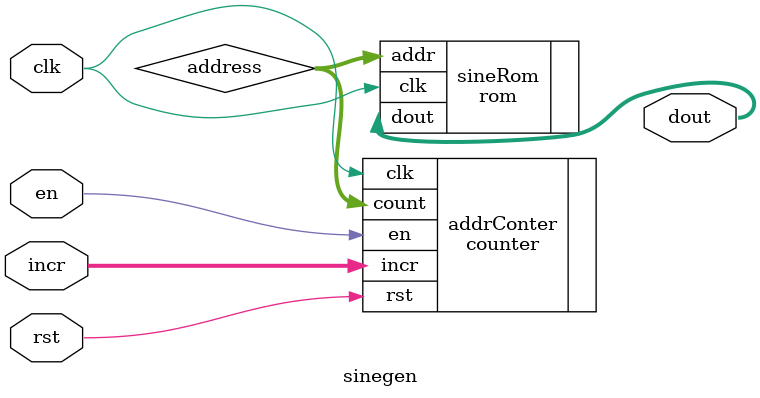
<source format=sv>
module sinegen #(
    parameter A_WIDTH =8,
              D_WIDTH =8
)(
    input logic clk,
    input logic rst,
    input logic en,
    input logic [D_WIDTH-1:0] incr,
    output logic [D_WIDTH-1:0] dout
);

    logic [A_WIDTH-1:0] address; //interconnect wire

counter addrConter(
    .clk (clk),
    .rst (rst),
    .en (en),
    .incr (incr),
    .count (address)
);

rom sineRom(
    .clk (clk),
    .addr (address),
    .dout (dout)
);

endmodule


</source>
